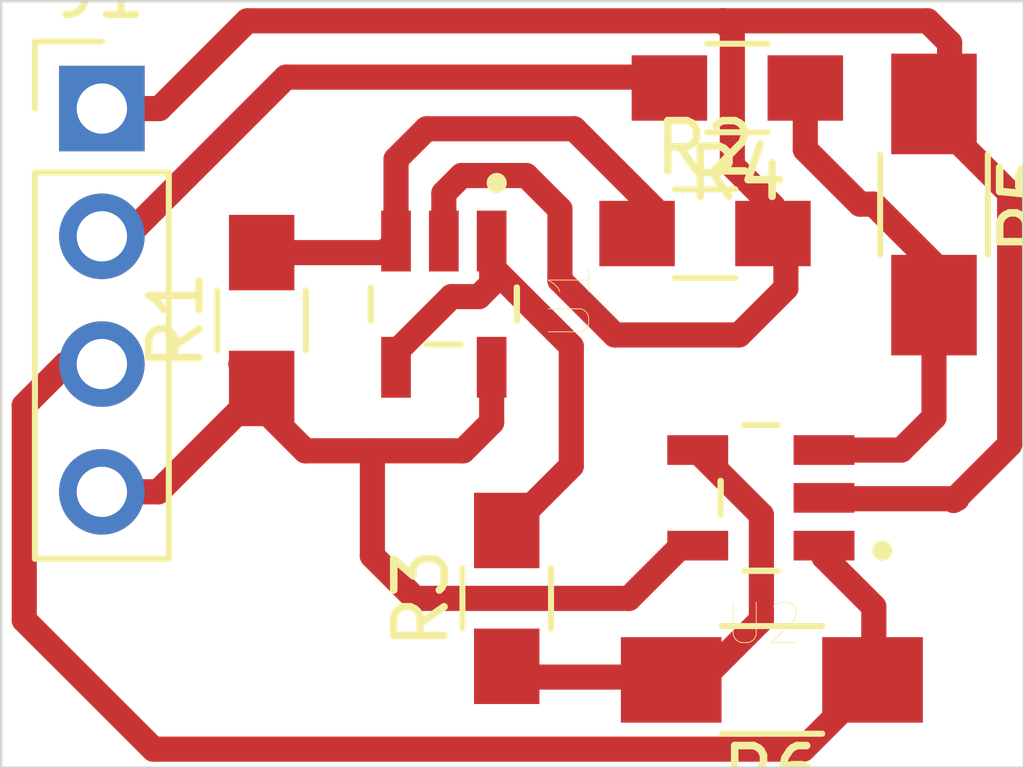
<source format=kicad_pcb>
(kicad_pcb (version 20171130) (host pcbnew "(5.1.10)-1")

  (general
    (thickness 1.6)
    (drawings 4)
    (tracks 80)
    (zones 0)
    (modules 9)
    (nets 9)
  )

  (page A4)
  (layers
    (0 F.Cu signal)
    (31 B.Cu signal)
    (32 B.Adhes user)
    (33 F.Adhes user)
    (34 B.Paste user)
    (35 F.Paste user)
    (36 B.SilkS user hide)
    (37 F.SilkS user hide)
    (38 B.Mask user)
    (39 F.Mask user)
    (40 Dwgs.User user)
    (41 Cmts.User user)
    (42 Eco1.User user)
    (43 Eco2.User user)
    (44 Edge.Cuts user)
    (45 Margin user)
    (46 B.CrtYd user)
    (47 F.CrtYd user)
    (48 B.Fab user hide)
    (49 F.Fab user hide)
  )

  (setup
    (last_trace_width 0.5)
    (trace_clearance 0.25)
    (zone_clearance 0.508)
    (zone_45_only no)
    (trace_min 0.2)
    (via_size 2.5)
    (via_drill 0.6)
    (via_min_size 0.4)
    (via_min_drill 0.3)
    (uvia_size 0.3)
    (uvia_drill 0.1)
    (uvias_allowed no)
    (uvia_min_size 0.2)
    (uvia_min_drill 0.1)
    (edge_width 0.05)
    (segment_width 0.2)
    (pcb_text_width 0.3)
    (pcb_text_size 1.5 1.5)
    (mod_edge_width 0.12)
    (mod_text_size 1 1)
    (mod_text_width 0.15)
    (pad_size 1.524 1.524)
    (pad_drill 0.762)
    (pad_to_mask_clearance 0)
    (aux_axis_origin 0 0)
    (visible_elements 7FFFFFFF)
    (pcbplotparams
      (layerselection 0x00000_7fffffff)
      (usegerberextensions false)
      (usegerberattributes true)
      (usegerberadvancedattributes true)
      (creategerberjobfile true)
      (excludeedgelayer false)
      (linewidth 0.100000)
      (plotframeref false)
      (viasonmask true)
      (mode 1)
      (useauxorigin false)
      (hpglpennumber 1)
      (hpglpenspeed 20)
      (hpglpendiameter 15.000000)
      (psnegative false)
      (psa4output false)
      (plotreference false)
      (plotvalue false)
      (plotinvisibletext false)
      (padsonsilk true)
      (subtractmaskfromsilk false)
      (outputformat 5)
      (mirror false)
      (drillshape 0)
      (scaleselection 1)
      (outputdirectory "svg"))
  )

  (net 0 "")
  (net 1 +5V)
  (net 2 /VIN)
  (net 3 GND)
  (net 4 "Net-(R1-Pad2)")
  (net 5 "Net-(R3-Pad2)")
  (net 6 "Net-(R3-Pad1)")
  (net 7 "Net-(R4-Pad1)")
  (net 8 /VOUT)

  (net_class Default "This is the default net class."
    (clearance 0.25)
    (trace_width 0.5)
    (via_dia 2.5)
    (via_drill 0.6)
    (uvia_dia 0.3)
    (uvia_drill 0.1)
    (add_net +5V)
    (add_net /VIN)
    (add_net /VOUT)
    (add_net GND)
    (add_net "Net-(R1-Pad2)")
    (add_net "Net-(R3-Pad1)")
    (add_net "Net-(R3-Pad2)")
    (add_net "Net-(R4-Pad1)")
  )

  (module Resistors_SMD:R_0805_HandSoldering (layer F.Cu) (tedit 58E0A804) (tstamp 60BE9902)
    (at 81.37398 57.14746 90)
    (descr "Resistor SMD 0805, hand soldering")
    (tags "resistor 0805")
    (path /60BEAB6E)
    (attr smd)
    (fp_text reference R1 (at 0 -1.7 90) (layer F.SilkS)
      (effects (font (size 1 1) (thickness 0.15)))
    )
    (fp_text value 7.5K (at 0 1.75 90) (layer F.Fab)
      (effects (font (size 1 1) (thickness 0.15)))
    )
    (fp_line (start 2.35 0.9) (end -2.35 0.9) (layer F.CrtYd) (width 0.05))
    (fp_line (start 2.35 0.9) (end 2.35 -0.9) (layer F.CrtYd) (width 0.05))
    (fp_line (start -2.35 -0.9) (end -2.35 0.9) (layer F.CrtYd) (width 0.05))
    (fp_line (start -2.35 -0.9) (end 2.35 -0.9) (layer F.CrtYd) (width 0.05))
    (fp_line (start -0.6 -0.88) (end 0.6 -0.88) (layer F.SilkS) (width 0.12))
    (fp_line (start 0.6 0.88) (end -0.6 0.88) (layer F.SilkS) (width 0.12))
    (fp_line (start -1 -0.62) (end 1 -0.62) (layer F.Fab) (width 0.1))
    (fp_line (start 1 -0.62) (end 1 0.62) (layer F.Fab) (width 0.1))
    (fp_line (start 1 0.62) (end -1 0.62) (layer F.Fab) (width 0.1))
    (fp_line (start -1 0.62) (end -1 -0.62) (layer F.Fab) (width 0.1))
    (fp_text user %R (at 0 0 90) (layer F.Fab)
      (effects (font (size 0.5 0.5) (thickness 0.075)))
    )
    (pad 2 smd rect (at 1.35 0 90) (size 1.5 1.3) (layers F.Cu F.Paste F.Mask)
      (net 4 "Net-(R1-Pad2)"))
    (pad 1 smd rect (at -1.35 0 90) (size 1.5 1.3) (layers F.Cu F.Paste F.Mask)
      (net 1 +5V))
    (model ${KISYS3DMOD}/Resistors_SMD.3dshapes/R_0805.wrl
      (at (xyz 0 0 0))
      (scale (xyz 1 1 1))
      (rotate (xyz 0 0 0))
    )
  )

  (module Resistors_SMD:R_0805_HandSoldering (layer F.Cu) (tedit 58E0A804) (tstamp 60BE9C7D)
    (at 90.1827 55.41772)
    (descr "Resistor SMD 0805, hand soldering")
    (tags "resistor 0805")
    (path /60BEB0E9)
    (attr smd)
    (fp_text reference R2 (at 0 -1.7) (layer F.SilkS)
      (effects (font (size 1 1) (thickness 0.15)))
    )
    (fp_text value 7.5K (at 0 1.75) (layer F.Fab)
      (effects (font (size 1 1) (thickness 0.15)))
    )
    (fp_line (start -1 0.62) (end -1 -0.62) (layer F.Fab) (width 0.1))
    (fp_line (start 1 0.62) (end -1 0.62) (layer F.Fab) (width 0.1))
    (fp_line (start 1 -0.62) (end 1 0.62) (layer F.Fab) (width 0.1))
    (fp_line (start -1 -0.62) (end 1 -0.62) (layer F.Fab) (width 0.1))
    (fp_line (start 0.6 0.88) (end -0.6 0.88) (layer F.SilkS) (width 0.12))
    (fp_line (start -0.6 -0.88) (end 0.6 -0.88) (layer F.SilkS) (width 0.12))
    (fp_line (start -2.35 -0.9) (end 2.35 -0.9) (layer F.CrtYd) (width 0.05))
    (fp_line (start -2.35 -0.9) (end -2.35 0.9) (layer F.CrtYd) (width 0.05))
    (fp_line (start 2.35 0.9) (end 2.35 -0.9) (layer F.CrtYd) (width 0.05))
    (fp_line (start 2.35 0.9) (end -2.35 0.9) (layer F.CrtYd) (width 0.05))
    (fp_text user %R (at 0 0) (layer F.Fab)
      (effects (font (size 0.5 0.5) (thickness 0.075)))
    )
    (pad 1 smd rect (at -1.35 0) (size 1.5 1.3) (layers F.Cu F.Paste F.Mask)
      (net 4 "Net-(R1-Pad2)"))
    (pad 2 smd rect (at 1.35 0) (size 1.5 1.3) (layers F.Cu F.Paste F.Mask)
      (net 3 GND))
    (model ${KISYS3DMOD}/Resistors_SMD.3dshapes/R_0805.wrl
      (at (xyz 0 0 0))
      (scale (xyz 1 1 1))
      (rotate (xyz 0 0 0))
    )
  )

  (module Resistors_SMD:R_0805_HandSoldering (layer F.Cu) (tedit 58E0A804) (tstamp 60BE9924)
    (at 86.24316 62.67196 90)
    (descr "Resistor SMD 0805, hand soldering")
    (tags "resistor 0805")
    (path /60BED1D3)
    (attr smd)
    (fp_text reference R3 (at 0 -1.7 90) (layer F.SilkS)
      (effects (font (size 1 1) (thickness 0.15)))
    )
    (fp_text value 20K (at 0 1.75 90) (layer F.Fab)
      (effects (font (size 1 1) (thickness 0.15)))
    )
    (fp_line (start 2.35 0.9) (end -2.35 0.9) (layer F.CrtYd) (width 0.05))
    (fp_line (start 2.35 0.9) (end 2.35 -0.9) (layer F.CrtYd) (width 0.05))
    (fp_line (start -2.35 -0.9) (end -2.35 0.9) (layer F.CrtYd) (width 0.05))
    (fp_line (start -2.35 -0.9) (end 2.35 -0.9) (layer F.CrtYd) (width 0.05))
    (fp_line (start -0.6 -0.88) (end 0.6 -0.88) (layer F.SilkS) (width 0.12))
    (fp_line (start 0.6 0.88) (end -0.6 0.88) (layer F.SilkS) (width 0.12))
    (fp_line (start -1 -0.62) (end 1 -0.62) (layer F.Fab) (width 0.1))
    (fp_line (start 1 -0.62) (end 1 0.62) (layer F.Fab) (width 0.1))
    (fp_line (start 1 0.62) (end -1 0.62) (layer F.Fab) (width 0.1))
    (fp_line (start -1 0.62) (end -1 -0.62) (layer F.Fab) (width 0.1))
    (fp_text user %R (at 0 0 90) (layer F.Fab)
      (effects (font (size 0.5 0.5) (thickness 0.075)))
    )
    (pad 2 smd rect (at 1.35 0 90) (size 1.5 1.3) (layers F.Cu F.Paste F.Mask)
      (net 5 "Net-(R3-Pad2)"))
    (pad 1 smd rect (at -1.35 0 90) (size 1.5 1.3) (layers F.Cu F.Paste F.Mask)
      (net 6 "Net-(R3-Pad1)"))
    (model ${KISYS3DMOD}/Resistors_SMD.3dshapes/R_0805.wrl
      (at (xyz 0 0 0))
      (scale (xyz 1 1 1))
      (rotate (xyz 0 0 0))
    )
  )

  (module Resistors_SMD:R_0805_HandSoldering (layer F.Cu) (tedit 58E0A804) (tstamp 60BE9935)
    (at 90.82532 52.52466 180)
    (descr "Resistor SMD 0805, hand soldering")
    (tags "resistor 0805")
    (path /60BEEAEA)
    (attr smd)
    (fp_text reference R4 (at 0 -1.7) (layer F.SilkS)
      (effects (font (size 1 1) (thickness 0.15)))
    )
    (fp_text value 20K (at 0 1.75) (layer F.Fab)
      (effects (font (size 1 1) (thickness 0.15)))
    )
    (fp_line (start -1 0.62) (end -1 -0.62) (layer F.Fab) (width 0.1))
    (fp_line (start 1 0.62) (end -1 0.62) (layer F.Fab) (width 0.1))
    (fp_line (start 1 -0.62) (end 1 0.62) (layer F.Fab) (width 0.1))
    (fp_line (start -1 -0.62) (end 1 -0.62) (layer F.Fab) (width 0.1))
    (fp_line (start 0.6 0.88) (end -0.6 0.88) (layer F.SilkS) (width 0.12))
    (fp_line (start -0.6 -0.88) (end 0.6 -0.88) (layer F.SilkS) (width 0.12))
    (fp_line (start -2.35 -0.9) (end 2.35 -0.9) (layer F.CrtYd) (width 0.05))
    (fp_line (start -2.35 -0.9) (end -2.35 0.9) (layer F.CrtYd) (width 0.05))
    (fp_line (start 2.35 0.9) (end 2.35 -0.9) (layer F.CrtYd) (width 0.05))
    (fp_line (start 2.35 0.9) (end -2.35 0.9) (layer F.CrtYd) (width 0.05))
    (fp_text user %R (at 0 0) (layer F.Fab)
      (effects (font (size 0.5 0.5) (thickness 0.075)))
    )
    (pad 1 smd rect (at -1.35 0 180) (size 1.5 1.3) (layers F.Cu F.Paste F.Mask)
      (net 7 "Net-(R4-Pad1)"))
    (pad 2 smd rect (at 1.35 0 180) (size 1.5 1.3) (layers F.Cu F.Paste F.Mask)
      (net 2 /VIN))
    (model ${KISYS3DMOD}/Resistors_SMD.3dshapes/R_0805.wrl
      (at (xyz 0 0 0))
      (scale (xyz 1 1 1))
      (rotate (xyz 0 0 0))
    )
  )

  (module Resistors_SMD:R_1206_HandSoldering (layer F.Cu) (tedit 58E0A804) (tstamp 60BE9946)
    (at 94.73184 54.84114 270)
    (descr "Resistor SMD 1206, hand soldering")
    (tags "resistor 1206")
    (path /60BEEE7F)
    (attr smd)
    (fp_text reference R5 (at 0 -1.85 90) (layer F.SilkS)
      (effects (font (size 1 1) (thickness 0.15)))
    )
    (fp_text value 470K (at 0 1.9 90) (layer F.Fab)
      (effects (font (size 1 1) (thickness 0.15)))
    )
    (fp_line (start -1.6 0.8) (end -1.6 -0.8) (layer F.Fab) (width 0.1))
    (fp_line (start 1.6 0.8) (end -1.6 0.8) (layer F.Fab) (width 0.1))
    (fp_line (start 1.6 -0.8) (end 1.6 0.8) (layer F.Fab) (width 0.1))
    (fp_line (start -1.6 -0.8) (end 1.6 -0.8) (layer F.Fab) (width 0.1))
    (fp_line (start 1 1.07) (end -1 1.07) (layer F.SilkS) (width 0.12))
    (fp_line (start -1 -1.07) (end 1 -1.07) (layer F.SilkS) (width 0.12))
    (fp_line (start -3.25 -1.11) (end 3.25 -1.11) (layer F.CrtYd) (width 0.05))
    (fp_line (start -3.25 -1.11) (end -3.25 1.1) (layer F.CrtYd) (width 0.05))
    (fp_line (start 3.25 1.1) (end 3.25 -1.11) (layer F.CrtYd) (width 0.05))
    (fp_line (start 3.25 1.1) (end -3.25 1.1) (layer F.CrtYd) (width 0.05))
    (fp_text user %R (at 0 0 90) (layer F.Fab)
      (effects (font (size 0.7 0.7) (thickness 0.105)))
    )
    (pad 1 smd rect (at -2 0 270) (size 2 1.7) (layers F.Cu F.Paste F.Mask)
      (net 3 GND))
    (pad 2 smd rect (at 2 0 270) (size 2 1.7) (layers F.Cu F.Paste F.Mask)
      (net 7 "Net-(R4-Pad1)"))
    (model ${KISYS3DMOD}/Resistors_SMD.3dshapes/R_1206.wrl
      (at (xyz 0 0 0))
      (scale (xyz 1 1 1))
      (rotate (xyz 0 0 0))
    )
  )

  (module Resistors_SMD:R_1206_HandSoldering (layer F.Cu) (tedit 58E0A804) (tstamp 60BE9957)
    (at 91.51112 64.29248 180)
    (descr "Resistor SMD 1206, hand soldering")
    (tags "resistor 1206")
    (path /60BEE044)
    (attr smd)
    (fp_text reference R6 (at 0 -1.85) (layer F.SilkS)
      (effects (font (size 1 1) (thickness 0.15)))
    )
    (fp_text value 470K (at 0 1.9) (layer F.Fab)
      (effects (font (size 1 1) (thickness 0.15)))
    )
    (fp_line (start 3.25 1.1) (end -3.25 1.1) (layer F.CrtYd) (width 0.05))
    (fp_line (start 3.25 1.1) (end 3.25 -1.11) (layer F.CrtYd) (width 0.05))
    (fp_line (start -3.25 -1.11) (end -3.25 1.1) (layer F.CrtYd) (width 0.05))
    (fp_line (start -3.25 -1.11) (end 3.25 -1.11) (layer F.CrtYd) (width 0.05))
    (fp_line (start -1 -1.07) (end 1 -1.07) (layer F.SilkS) (width 0.12))
    (fp_line (start 1 1.07) (end -1 1.07) (layer F.SilkS) (width 0.12))
    (fp_line (start -1.6 -0.8) (end 1.6 -0.8) (layer F.Fab) (width 0.1))
    (fp_line (start 1.6 -0.8) (end 1.6 0.8) (layer F.Fab) (width 0.1))
    (fp_line (start 1.6 0.8) (end -1.6 0.8) (layer F.Fab) (width 0.1))
    (fp_line (start -1.6 0.8) (end -1.6 -0.8) (layer F.Fab) (width 0.1))
    (fp_text user %R (at 0 0) (layer F.Fab)
      (effects (font (size 0.7 0.7) (thickness 0.105)))
    )
    (pad 2 smd rect (at 2 0 180) (size 2 1.7) (layers F.Cu F.Paste F.Mask)
      (net 6 "Net-(R3-Pad1)"))
    (pad 1 smd rect (at -2 0 180) (size 2 1.7) (layers F.Cu F.Paste F.Mask)
      (net 8 /VOUT))
    (model ${KISYS3DMOD}/Resistors_SMD.3dshapes/R_1206.wrl
      (at (xyz 0 0 0))
      (scale (xyz 1 1 1))
      (rotate (xyz 0 0 0))
    )
  )

  (module OPA237NA:SOT95P280X145-5N (layer F.Cu) (tedit 60A0F3FD) (tstamp 60BE996D)
    (at 84.99348 56.82234 270)
    (path /60BE946A)
    (fp_text reference U1 (at -0.06 -2.508 90) (layer F.SilkS)
      (effects (font (size 0.8 0.8) (thickness 0.015)))
    )
    (fp_text value OPA237NA_250 (at 5.528 2.508 90) (layer F.Fab)
      (effects (font (size 0.8 0.8) (thickness 0.015)))
    )
    (fp_circle (center -2.41 -1.05) (end -2.31 -1.05) (layer F.SilkS) (width 0.2))
    (fp_circle (center -2.41 -1.05) (end -2.31 -1.05) (layer F.Fab) (width 0.2))
    (fp_line (start -0.33 -1.45) (end 0.33 -1.45) (layer F.SilkS) (width 0.127))
    (fp_line (start 0.8 -0.335) (end 0.8 0.335) (layer F.SilkS) (width 0.127))
    (fp_line (start 0.33 1.45) (end -0.33 1.45) (layer F.SilkS) (width 0.127))
    (fp_line (start -0.8 1.45) (end -0.8 -1.45) (layer F.Fab) (width 0.127))
    (fp_line (start 0.8 -1.45) (end 0.8 1.45) (layer F.Fab) (width 0.127))
    (fp_line (start -0.8 -1.45) (end 0.8 -1.45) (layer F.Fab) (width 0.127))
    (fp_line (start 0.8 1.45) (end -0.8 1.45) (layer F.Fab) (width 0.127))
    (fp_line (start -2.11 -1.7) (end 2.11 -1.7) (layer F.CrtYd) (width 0.05))
    (fp_line (start 2.11 -1.7) (end 2.11 1.7) (layer F.CrtYd) (width 0.05))
    (fp_line (start 2.11 1.7) (end -2.11 1.7) (layer F.CrtYd) (width 0.05))
    (fp_line (start -2.11 1.7) (end -2.11 -1.7) (layer F.CrtYd) (width 0.05))
    (pad 1 smd rect (at -1.255 -0.95 270) (size 1.21 0.59) (layers F.Cu F.Paste F.Mask)
      (net 5 "Net-(R3-Pad2)"))
    (pad 2 smd rect (at -1.255 0 270) (size 1.21 0.59) (layers F.Cu F.Paste F.Mask)
      (net 3 GND))
    (pad 3 smd rect (at -1.255 0.95 270) (size 1.21 0.59) (layers F.Cu F.Paste F.Mask)
      (net 4 "Net-(R1-Pad2)"))
    (pad 4 smd rect (at 1.255 0.95 270) (size 1.21 0.59) (layers F.Cu F.Paste F.Mask)
      (net 5 "Net-(R3-Pad2)"))
    (pad 5 smd rect (at 1.255 -0.95 270) (size 1.21 0.59) (layers F.Cu F.Paste F.Mask)
      (net 1 +5V))
  )

  (module OPA237NA:SOT95P280X145-5N (layer F.Cu) (tedit 60A0F3FD) (tstamp 60BE9983)
    (at 91.29268 60.67298 180)
    (path /60BE9D2E)
    (fp_text reference U2 (at -0.06 -2.508) (layer F.SilkS)
      (effects (font (size 0.8 0.8) (thickness 0.015)))
    )
    (fp_text value OPA237NA_250 (at 5.528 2.508) (layer F.Fab)
      (effects (font (size 0.8 0.8) (thickness 0.015)))
    )
    (fp_line (start -2.11 1.7) (end -2.11 -1.7) (layer F.CrtYd) (width 0.05))
    (fp_line (start 2.11 1.7) (end -2.11 1.7) (layer F.CrtYd) (width 0.05))
    (fp_line (start 2.11 -1.7) (end 2.11 1.7) (layer F.CrtYd) (width 0.05))
    (fp_line (start -2.11 -1.7) (end 2.11 -1.7) (layer F.CrtYd) (width 0.05))
    (fp_line (start 0.8 1.45) (end -0.8 1.45) (layer F.Fab) (width 0.127))
    (fp_line (start -0.8 -1.45) (end 0.8 -1.45) (layer F.Fab) (width 0.127))
    (fp_line (start 0.8 -1.45) (end 0.8 1.45) (layer F.Fab) (width 0.127))
    (fp_line (start -0.8 1.45) (end -0.8 -1.45) (layer F.Fab) (width 0.127))
    (fp_line (start 0.33 1.45) (end -0.33 1.45) (layer F.SilkS) (width 0.127))
    (fp_line (start 0.8 -0.335) (end 0.8 0.335) (layer F.SilkS) (width 0.127))
    (fp_line (start -0.33 -1.45) (end 0.33 -1.45) (layer F.SilkS) (width 0.127))
    (fp_circle (center -2.41 -1.05) (end -2.31 -1.05) (layer F.Fab) (width 0.2))
    (fp_circle (center -2.41 -1.05) (end -2.31 -1.05) (layer F.SilkS) (width 0.2))
    (pad 5 smd rect (at 1.255 -0.95 180) (size 1.21 0.59) (layers F.Cu F.Paste F.Mask)
      (net 1 +5V))
    (pad 4 smd rect (at 1.255 0.95 180) (size 1.21 0.59) (layers F.Cu F.Paste F.Mask)
      (net 6 "Net-(R3-Pad1)"))
    (pad 3 smd rect (at -1.255 0.95 180) (size 1.21 0.59) (layers F.Cu F.Paste F.Mask)
      (net 7 "Net-(R4-Pad1)"))
    (pad 2 smd rect (at -1.255 0 180) (size 1.21 0.59) (layers F.Cu F.Paste F.Mask)
      (net 3 GND))
    (pad 1 smd rect (at -1.255 -0.95 180) (size 1.21 0.59) (layers F.Cu F.Paste F.Mask)
      (net 8 /VOUT))
  )

  (module Pin_Headers:Pin_Header_Straight_1x04_Pitch2.54mm (layer F.Cu) (tedit 59650532) (tstamp 60BE9E94)
    (at 78.19898 52.9336)
    (descr "Through hole straight pin header, 1x04, 2.54mm pitch, single row")
    (tags "Through hole pin header THT 1x04 2.54mm single row")
    (path /60BF0EF4)
    (fp_text reference J1 (at 0 -2.33) (layer F.SilkS)
      (effects (font (size 1 1) (thickness 0.15)))
    )
    (fp_text value IN (at 0 9.95) (layer F.Fab)
      (effects (font (size 1 1) (thickness 0.15)))
    )
    (fp_line (start 1.8 -1.8) (end -1.8 -1.8) (layer F.CrtYd) (width 0.05))
    (fp_line (start 1.8 9.4) (end 1.8 -1.8) (layer F.CrtYd) (width 0.05))
    (fp_line (start -1.8 9.4) (end 1.8 9.4) (layer F.CrtYd) (width 0.05))
    (fp_line (start -1.8 -1.8) (end -1.8 9.4) (layer F.CrtYd) (width 0.05))
    (fp_line (start -1.33 -1.33) (end 0 -1.33) (layer F.SilkS) (width 0.12))
    (fp_line (start -1.33 0) (end -1.33 -1.33) (layer F.SilkS) (width 0.12))
    (fp_line (start -1.33 1.27) (end 1.33 1.27) (layer F.SilkS) (width 0.12))
    (fp_line (start 1.33 1.27) (end 1.33 8.95) (layer F.SilkS) (width 0.12))
    (fp_line (start -1.33 1.27) (end -1.33 8.95) (layer F.SilkS) (width 0.12))
    (fp_line (start -1.33 8.95) (end 1.33 8.95) (layer F.SilkS) (width 0.12))
    (fp_line (start -1.27 -0.635) (end -0.635 -1.27) (layer F.Fab) (width 0.1))
    (fp_line (start -1.27 8.89) (end -1.27 -0.635) (layer F.Fab) (width 0.1))
    (fp_line (start 1.27 8.89) (end -1.27 8.89) (layer F.Fab) (width 0.1))
    (fp_line (start 1.27 -1.27) (end 1.27 8.89) (layer F.Fab) (width 0.1))
    (fp_line (start -0.635 -1.27) (end 1.27 -1.27) (layer F.Fab) (width 0.1))
    (fp_text user %R (at 0 3.81 90) (layer F.Fab)
      (effects (font (size 1 1) (thickness 0.15)))
    )
    (pad 4 thru_hole oval (at 0 7.62) (size 1.7 1.7) (drill 1) (layers *.Cu *.Mask)
      (net 1 +5V))
    (pad 3 thru_hole oval (at 0 5.08) (size 1.7 1.7) (drill 1) (layers *.Cu *.Mask)
      (net 8 /VOUT))
    (pad 2 thru_hole oval (at 0 2.54) (size 1.7 1.7) (drill 1) (layers *.Cu *.Mask)
      (net 2 /VIN))
    (pad 1 thru_hole rect (at 0 0) (size 1.7 1.7) (drill 1) (layers *.Cu *.Mask)
      (net 3 GND))
    (model ${KISYS3DMOD}/Pin_Headers.3dshapes/Pin_Header_Straight_1x04_Pitch2.54mm.wrl
      (at (xyz 0 0 0))
      (scale (xyz 1 1 1))
      (rotate (xyz 0 0 0))
    )
  )

  (gr_line (start 96.52 66.04) (end 76.2 66.04) (layer Edge.Cuts) (width 0.05) (tstamp 60BFBBDE))
  (gr_line (start 96.52 50.8) (end 96.52 66.04) (layer Edge.Cuts) (width 0.05))
  (gr_line (start 76.2 50.8) (end 96.52 50.8) (layer Edge.Cuts) (width 0.05))
  (gr_line (start 76.2 66.04) (end 76.2 50.8) (layer Edge.Cuts) (width 0.05))

  (segment (start 80.9587 58.0136) (end 81.05394 58.10884) (width 0.5) (layer F.Cu) (net 1) (status 30))
  (segment (start 81.05394 58.10884) (end 81.05394 58.55208) (width 0.5) (layer F.Cu) (net 1) (status 30))
  (segment (start 81.05394 58.55208) (end 82.24012 59.73826) (width 0.5) (layer F.Cu) (net 1) (status 10))
  (segment (start 85.94348 59.1718) (end 85.94348 58.07734) (width 0.5) (layer F.Cu) (net 1) (status 20))
  (segment (start 85.37702 59.73826) (end 85.94348 59.1718) (width 0.5) (layer F.Cu) (net 1))
  (segment (start 83.57362 59.73826) (end 85.37702 59.73826) (width 0.5) (layer F.Cu) (net 1))
  (segment (start 82.24012 59.73826) (end 83.57362 59.73826) (width 0.5) (layer F.Cu) (net 1))
  (segment (start 79.31784 60.5536) (end 81.37398 58.49746) (width 0.5) (layer F.Cu) (net 1))
  (segment (start 78.19898 60.5536) (end 79.31784 60.5536) (width 0.5) (layer F.Cu) (net 1))
  (segment (start 83.57362 61.826182) (end 83.57362 59.73826) (width 0.5) (layer F.Cu) (net 1))
  (segment (start 88.6714 62.67196) (end 84.419398 62.67196) (width 0.5) (layer F.Cu) (net 1))
  (segment (start 84.419398 62.67196) (end 83.57362 61.826182) (width 0.5) (layer F.Cu) (net 1))
  (segment (start 89.72038 61.62298) (end 88.6714 62.67196) (width 0.5) (layer F.Cu) (net 1))
  (segment (start 90.03768 61.62298) (end 89.72038 61.62298) (width 0.5) (layer F.Cu) (net 1))
  (segment (start 89.25942 52.30876) (end 89.47532 52.52466) (width 0.5) (layer F.Cu) (net 2) (status 30))
  (segment (start 81.85658 52.30876) (end 89.25942 52.30876) (width 0.5) (layer F.Cu) (net 2) (status 20))
  (segment (start 78.69174 55.4736) (end 81.85658 52.30876) (width 0.5) (layer F.Cu) (net 2) (status 10))
  (segment (start 78.19898 55.4736) (end 78.69174 55.4736) (width 0.5) (layer F.Cu) (net 2) (status 30))
  (segment (start 78.19898 52.9336) (end 79.34198 52.9336) (width 0.5) (layer F.Cu) (net 3) (status 10))
  (segment (start 79.34198 52.9336) (end 81.08696 51.18862) (width 0.5) (layer F.Cu) (net 3))
  (segment (start 95.04172 51.6255) (end 95.04172 52.82082) (width 0.5) (layer F.Cu) (net 3) (status 20))
  (segment (start 94.60484 51.18862) (end 95.04172 51.6255) (width 0.5) (layer F.Cu) (net 3))
  (segment (start 95.1888 60.69076) (end 92.583 60.69076) (width 0.5) (layer F.Cu) (net 3) (status 20))
  (segment (start 91.5327 55.41772) (end 91.5327 54.87542) (width 0.5) (layer F.Cu) (net 3) (status 30))
  (segment (start 90.725321 51.375641) (end 90.5383 51.18862) (width 0.5) (layer F.Cu) (net 3))
  (segment (start 90.725321 54.068041) (end 90.725321 51.375641) (width 0.5) (layer F.Cu) (net 3))
  (segment (start 91.5327 54.87542) (end 90.725321 54.068041) (width 0.5) (layer F.Cu) (net 3) (status 10))
  (segment (start 90.5383 51.18862) (end 94.60484 51.18862) (width 0.5) (layer F.Cu) (net 3))
  (segment (start 81.08696 51.18862) (end 90.5383 51.18862) (width 0.5) (layer F.Cu) (net 3))
  (segment (start 91.78924 56.50358) (end 91.78924 55.83428) (width 0.5) (layer F.Cu) (net 3) (status 20))
  (segment (start 88.389438 57.43448) (end 90.85834 57.43448) (width 0.5) (layer F.Cu) (net 3))
  (segment (start 87.2998 56.344842) (end 88.389438 57.43448) (width 0.5) (layer F.Cu) (net 3))
  (segment (start 87.2998 54.93512) (end 87.2998 56.344842) (width 0.5) (layer F.Cu) (net 3))
  (segment (start 90.85834 57.43448) (end 91.78924 56.50358) (width 0.5) (layer F.Cu) (net 3))
  (segment (start 86.62924 54.26456) (end 87.2998 54.93512) (width 0.5) (layer F.Cu) (net 3))
  (segment (start 85.34654 54.26456) (end 86.62924 54.26456) (width 0.5) (layer F.Cu) (net 3))
  (segment (start 84.99348 54.61762) (end 85.34654 54.26456) (width 0.5) (layer F.Cu) (net 3))
  (segment (start 84.99348 55.56734) (end 84.99348 54.61762) (width 0.5) (layer F.Cu) (net 3) (status 10))
  (segment (start 96.23552 59.6138) (end 95.123 60.72632) (width 0.5) (layer F.Cu) (net 3))
  (segment (start 96.23552 54.61254) (end 96.23552 59.6138) (width 0.5) (layer F.Cu) (net 3))
  (segment (start 94.73184 53.10886) (end 96.23552 54.61254) (width 0.5) (layer F.Cu) (net 3))
  (segment (start 94.73184 52.84114) (end 94.73184 53.10886) (width 0.5) (layer F.Cu) (net 3))
  (segment (start 83.81336 55.79746) (end 84.04348 55.56734) (width 0.5) (layer F.Cu) (net 4) (status 30))
  (segment (start 81.37398 55.79746) (end 83.81336 55.79746) (width 0.5) (layer F.Cu) (net 4) (status 30))
  (segment (start 87.58174 53.33492) (end 89.15528 54.90846) (width 0.5) (layer F.Cu) (net 4) (status 20))
  (segment (start 84.65058 53.33492) (end 87.58174 53.33492) (width 0.5) (layer F.Cu) (net 4))
  (segment (start 84.04348 53.94202) (end 84.65058 53.33492) (width 0.5) (layer F.Cu) (net 4))
  (segment (start 84.04348 55.56734) (end 84.04348 53.94202) (width 0.5) (layer F.Cu) (net 4) (status 10))
  (segment (start 84.04348 58.07734) (end 84.04348 57.77234) (width 0.5) (layer F.Cu) (net 5) (status 30))
  (segment (start 84.04348 57.77234) (end 85.143479 56.672341) (width 0.5) (layer F.Cu) (net 5) (status 10))
  (segment (start 85.94348 56.417342) (end 85.94348 55.56734) (width 0.5) (layer F.Cu) (net 5) (status 20))
  (segment (start 85.688481 56.672341) (end 85.94348 56.417342) (width 0.5) (layer F.Cu) (net 5))
  (segment (start 85.143479 56.672341) (end 85.688481 56.672341) (width 0.5) (layer F.Cu) (net 5))
  (segment (start 87.52586 60.03926) (end 86.24316 61.32196) (width 0.5) (layer F.Cu) (net 5))
  (segment (start 87.52586 57.66054) (end 87.52586 60.03926) (width 0.5) (layer F.Cu) (net 5))
  (segment (start 85.94348 56.07816) (end 87.52586 57.66054) (width 0.5) (layer F.Cu) (net 5))
  (segment (start 85.94348 55.56734) (end 85.94348 56.07816) (width 0.5) (layer F.Cu) (net 5))
  (segment (start 88.9066 64.2366) (end 86.74988 64.2366) (width 0.5) (layer F.Cu) (net 6))
  (segment (start 91.30284 63.1002) (end 89.53652 64.86652) (width 0.5) (layer F.Cu) (net 6))
  (segment (start 91.30284 61.01334) (end 91.30284 63.1002) (width 0.5) (layer F.Cu) (net 6))
  (segment (start 90.03768 59.74818) (end 91.30284 61.01334) (width 0.5) (layer F.Cu) (net 6))
  (segment (start 89.53652 64.86652) (end 88.9066 64.2366) (width 0.5) (layer F.Cu) (net 6))
  (segment (start 90.03768 59.72298) (end 90.03768 59.74818) (width 0.5) (layer F.Cu) (net 6))
  (segment (start 93.26118 54.83352) (end 92.17532 53.74766) (width 0.5) (layer F.Cu) (net 7))
  (segment (start 92.17532 53.74766) (end 92.17532 52.52466) (width 0.5) (layer F.Cu) (net 7))
  (segment (start 94.73184 59.07278) (end 94.73184 56.84114) (width 0.5) (layer F.Cu) (net 7))
  (segment (start 94.08164 59.72298) (end 94.73184 59.07278) (width 0.5) (layer F.Cu) (net 7))
  (segment (start 92.54768 59.72298) (end 94.08164 59.72298) (width 0.5) (layer F.Cu) (net 7))
  (segment (start 93.26118 54.83352) (end 93.53296 54.83352) (width 0.5) (layer F.Cu) (net 7))
  (segment (start 94.73184 56.0324) (end 94.73184 56.84114) (width 0.5) (layer F.Cu) (net 7))
  (segment (start 93.53296 54.83352) (end 94.73184 56.0324) (width 0.5) (layer F.Cu) (net 7))
  (segment (start 78.19898 58.0136) (end 77.48016 58.0136) (width 0.5) (layer F.Cu) (net 8))
  (segment (start 77.48016 58.0136) (end 76.6572 58.83656) (width 0.5) (layer F.Cu) (net 8))
  (segment (start 76.6572 58.83656) (end 76.6572 63.10376) (width 0.5) (layer F.Cu) (net 8))
  (segment (start 76.6572 63.10376) (end 79.2226 65.66916) (width 0.5) (layer F.Cu) (net 8))
  (segment (start 92.13444 65.66916) (end 93.51112 64.29248) (width 0.5) (layer F.Cu) (net 8))
  (segment (start 79.2226 65.66916) (end 92.13444 65.66916) (width 0.5) (layer F.Cu) (net 8))
  (segment (start 92.54768 61.84924) (end 92.54768 61.62298) (width 0.5) (layer F.Cu) (net 8))
  (segment (start 93.53652 62.83808) (end 92.54768 61.84924) (width 0.5) (layer F.Cu) (net 8))
  (segment (start 93.53652 64.86652) (end 93.53652 62.83808) (width 0.5) (layer F.Cu) (net 8))

)

</source>
